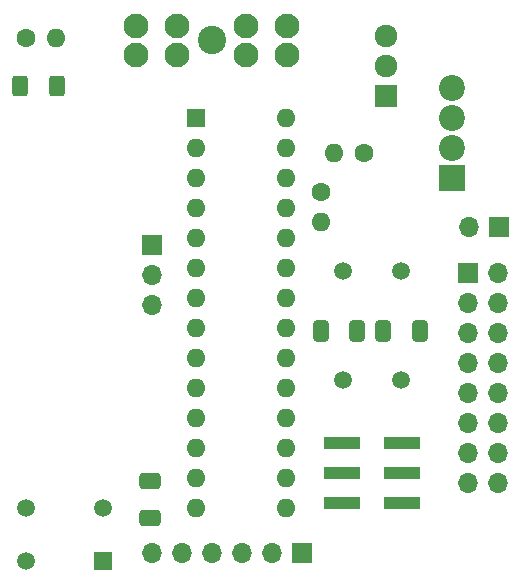
<source format=gbr>
%TF.GenerationSoftware,KiCad,Pcbnew,8.0.1-rc1*%
%TF.CreationDate,2024-05-12T16:22:44-07:00*%
%TF.ProjectId,Automotive Monitoring System CANBus Sensor,4175746f-6d6f-4746-9976-65204d6f6e69,rev?*%
%TF.SameCoordinates,Original*%
%TF.FileFunction,Soldermask,Top*%
%TF.FilePolarity,Negative*%
%FSLAX46Y46*%
G04 Gerber Fmt 4.6, Leading zero omitted, Abs format (unit mm)*
G04 Created by KiCad (PCBNEW 8.0.1-rc1) date 2024-05-12 16:22:44*
%MOMM*%
%LPD*%
G01*
G04 APERTURE LIST*
G04 Aperture macros list*
%AMRoundRect*
0 Rectangle with rounded corners*
0 $1 Rounding radius*
0 $2 $3 $4 $5 $6 $7 $8 $9 X,Y pos of 4 corners*
0 Add a 4 corners polygon primitive as box body*
4,1,4,$2,$3,$4,$5,$6,$7,$8,$9,$2,$3,0*
0 Add four circle primitives for the rounded corners*
1,1,$1+$1,$2,$3*
1,1,$1+$1,$4,$5*
1,1,$1+$1,$6,$7*
1,1,$1+$1,$8,$9*
0 Add four rect primitives between the rounded corners*
20,1,$1+$1,$2,$3,$4,$5,0*
20,1,$1+$1,$4,$5,$6,$7,0*
20,1,$1+$1,$6,$7,$8,$9,0*
20,1,$1+$1,$8,$9,$2,$3,0*%
G04 Aperture macros list end*
%ADD10RoundRect,0.250000X-0.650000X0.412500X-0.650000X-0.412500X0.650000X-0.412500X0.650000X0.412500X0*%
%ADD11R,1.700000X1.700000*%
%ADD12O,1.700000X1.700000*%
%ADD13C,1.600000*%
%ADD14O,1.600000X1.600000*%
%ADD15RoundRect,0.250000X-0.400000X-0.625000X0.400000X-0.625000X0.400000X0.625000X-0.400000X0.625000X0*%
%ADD16R,3.150000X1.000000*%
%ADD17RoundRect,0.250000X-0.412500X-0.650000X0.412500X-0.650000X0.412500X0.650000X-0.412500X0.650000X0*%
%ADD18C,2.400000*%
%ADD19C,2.100000*%
%ADD20R,2.200000X2.200000*%
%ADD21C,2.200000*%
%ADD22R,1.920000X1.920000*%
%ADD23C,1.920000*%
%ADD24C,1.500000*%
%ADD25R,1.500000X1.500000*%
%ADD26RoundRect,0.250000X0.412500X0.650000X-0.412500X0.650000X-0.412500X-0.650000X0.412500X-0.650000X0*%
%ADD27R,1.600000X1.600000*%
G04 APERTURE END LIST*
D10*
%TO.C,C3*%
X118750400Y-91371500D03*
X118750400Y-94496500D03*
%TD*%
D11*
%TO.C,J6*%
X145670700Y-73750200D03*
D12*
X148210700Y-73750200D03*
X145670700Y-76290200D03*
X148210700Y-76290200D03*
X145670700Y-78830200D03*
X148210700Y-78830200D03*
X145670700Y-81370200D03*
X148210700Y-81370200D03*
X145670700Y-83910200D03*
X148210700Y-83910200D03*
X145670700Y-86450200D03*
X148210700Y-86450200D03*
X145670700Y-88990200D03*
X148210700Y-88990200D03*
X145670700Y-91530200D03*
X148210700Y-91530200D03*
%TD*%
D13*
%TO.C,R4*%
X133212700Y-66876100D03*
D14*
X133212700Y-69416100D03*
%TD*%
D15*
%TO.C,R7*%
X107748000Y-57900400D03*
X110848000Y-57900400D03*
%TD*%
D16*
%TO.C,J1*%
X135018300Y-88122100D03*
X140068300Y-88122100D03*
X135018300Y-90662100D03*
X140068300Y-90662100D03*
X135018300Y-93202100D03*
X140068300Y-93202100D03*
%TD*%
D13*
%TO.C,NTC1*%
X108245700Y-53800500D03*
D14*
X110785700Y-53800500D03*
%TD*%
D17*
%TO.C,C1*%
X133188000Y-78622500D03*
X136313000Y-78622500D03*
%TD*%
D13*
%TO.C,R6*%
X136841000Y-63583500D03*
D14*
X134301000Y-63583500D03*
%TD*%
D11*
%TO.C,Powerboard1*%
X118946900Y-71348200D03*
D12*
X118946900Y-73888200D03*
X118946900Y-76428200D03*
%TD*%
D11*
%TO.C,J4*%
X148277500Y-69805300D03*
D12*
X145737500Y-69805300D03*
%TD*%
D18*
%TO.C,U2*%
X123954300Y-54040900D03*
D19*
X117554300Y-55290900D03*
X121054300Y-55290900D03*
X126854300Y-55290900D03*
X130354300Y-55290900D03*
X130354300Y-52790900D03*
X126854300Y-52790900D03*
X121054300Y-52790900D03*
X117554300Y-52790900D03*
%TD*%
D20*
%TO.C,J5*%
X144337900Y-65725000D03*
D21*
X144337900Y-63185000D03*
X144337900Y-60645000D03*
X144337900Y-58105000D03*
%TD*%
D22*
%TO.C,Q1*%
X138691700Y-58745000D03*
D23*
X138691700Y-56205000D03*
X138691700Y-53665000D03*
%TD*%
D11*
%TO.C,J2*%
X131583000Y-97472600D03*
D12*
X129043000Y-97472600D03*
X126503000Y-97472600D03*
X123963000Y-97472600D03*
X121423000Y-97472600D03*
X118883000Y-97472600D03*
%TD*%
D24*
%TO.C,Y2*%
X135124800Y-73536500D03*
X140004800Y-73536500D03*
%TD*%
D25*
%TO.C,Reset1*%
X114764200Y-98131600D03*
D24*
X108264200Y-98131600D03*
X114764200Y-93631600D03*
X108264200Y-93631600D03*
%TD*%
%TO.C,Y1*%
X135099900Y-82790900D03*
X139979900Y-82790900D03*
%TD*%
D26*
%TO.C,C7*%
X141583900Y-78633600D03*
X138458900Y-78633600D03*
%TD*%
D27*
%TO.C,U1*%
X122659400Y-60606700D03*
D14*
X122659400Y-63146700D03*
X122659400Y-65686700D03*
X122659400Y-68226700D03*
X122659400Y-70766700D03*
X122659400Y-73306700D03*
X122659400Y-75846700D03*
X122659400Y-78386700D03*
X122659400Y-80926700D03*
X122659400Y-83466700D03*
X122659400Y-86006700D03*
X122659400Y-88546700D03*
X122659400Y-91086700D03*
X122659400Y-93626700D03*
X130279400Y-93626700D03*
X130279400Y-91086700D03*
X130279400Y-88546700D03*
X130279400Y-86006700D03*
X130279400Y-83466700D03*
X130279400Y-80926700D03*
X130279400Y-78386700D03*
X130279400Y-75846700D03*
X130279400Y-73306700D03*
X130279400Y-70766700D03*
X130279400Y-68226700D03*
X130279400Y-65686700D03*
X130279400Y-63146700D03*
X130279400Y-60606700D03*
%TD*%
M02*

</source>
